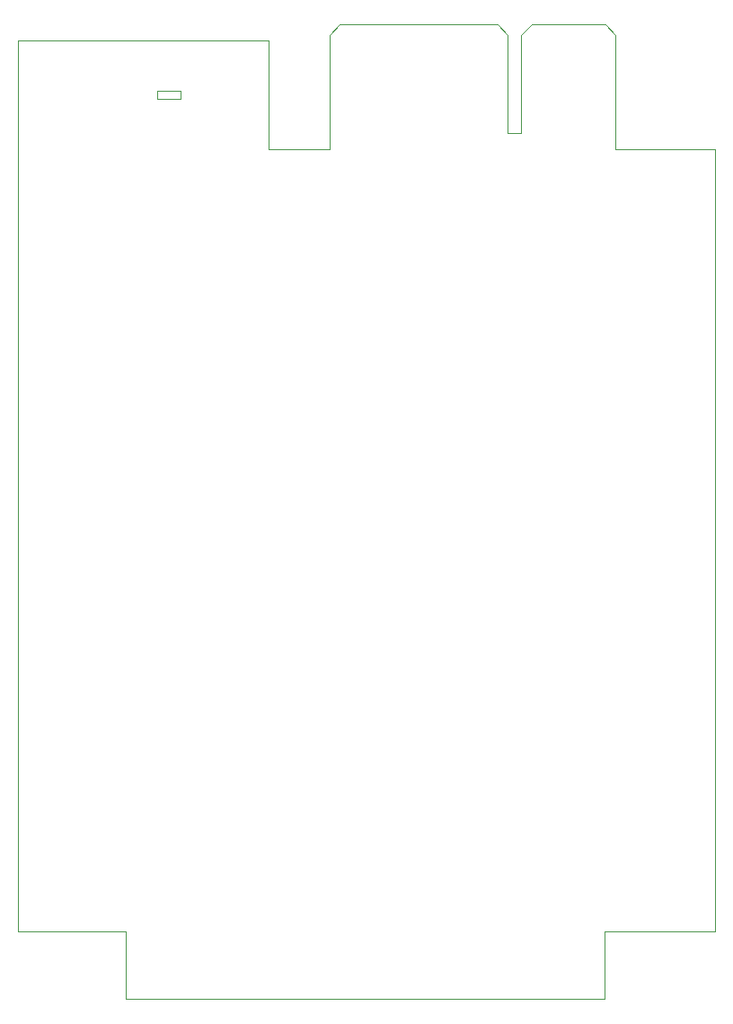
<source format=gbr>
%TF.GenerationSoftware,KiCad,Pcbnew,7.0.10-7.0.10~ubuntu20.04.1*%
%TF.CreationDate,2024-02-04T15:22:38+01:00*%
%TF.ProjectId,tapeadj,74617065-6164-46a2-9e6b-696361645f70,1.0*%
%TF.SameCoordinates,Original*%
%TF.FileFunction,Profile,NP*%
%FSLAX46Y46*%
G04 Gerber Fmt 4.6, Leading zero omitted, Abs format (unit mm)*
G04 Created by KiCad (PCBNEW 7.0.10-7.0.10~ubuntu20.04.1) date 2024-02-04 15:22:38*
%MOMM*%
%LPD*%
G01*
G04 APERTURE LIST*
%TA.AperFunction,Profile*%
%ADD10C,0.100000*%
%TD*%
%TA.AperFunction,Profile*%
%ADD11C,0.050000*%
%TD*%
G04 APERTURE END LIST*
D10*
X73660000Y-116840000D02*
X118745000Y-116840000D01*
X63500000Y-26543000D02*
X63500000Y-110490000D01*
X108704400Y-25069800D02*
X109669600Y-26035000D01*
X118745000Y-116840000D02*
X118745000Y-110490000D01*
X92550000Y-36830000D02*
X92854800Y-36830000D01*
X118745000Y-110490000D02*
X129184400Y-110490000D01*
X111904800Y-25069800D02*
X118864400Y-25069800D01*
X87122000Y-36830000D02*
X87122000Y-26543000D01*
X109669600Y-26035000D02*
X109669600Y-35255200D01*
X118864400Y-25069800D02*
X119829600Y-26035000D01*
X92854800Y-26035000D02*
X93820000Y-25069800D01*
X120134400Y-36830000D02*
X129184400Y-36830000D01*
X109669600Y-35255200D02*
X110939600Y-35255200D01*
X87122000Y-26543000D02*
X63500000Y-26543000D01*
X119829600Y-26035000D02*
X119829600Y-36830000D01*
X110939600Y-26035000D02*
X111904800Y-25069800D01*
X119829600Y-36830000D02*
X120134400Y-36830000D01*
X129184400Y-110490000D02*
X129184400Y-36830000D01*
X73660000Y-116840000D02*
X73660000Y-110490000D01*
X93820000Y-25069800D02*
X108704400Y-25069800D01*
X92550000Y-36830000D02*
X87122000Y-36830000D01*
X73660000Y-110490000D02*
X63500000Y-110490000D01*
X92854800Y-36830000D02*
X92854800Y-26035000D01*
X110939600Y-35255200D02*
X110939600Y-26035000D01*
D11*
%TO.C,CN3*%
X78824000Y-32025002D02*
X76624000Y-32025002D01*
X78824000Y-31325002D02*
X78824000Y-32025002D01*
X78824000Y-31325002D02*
X76624000Y-31325002D01*
X76624000Y-31325002D02*
X76624000Y-32025002D01*
%TD*%
M02*

</source>
